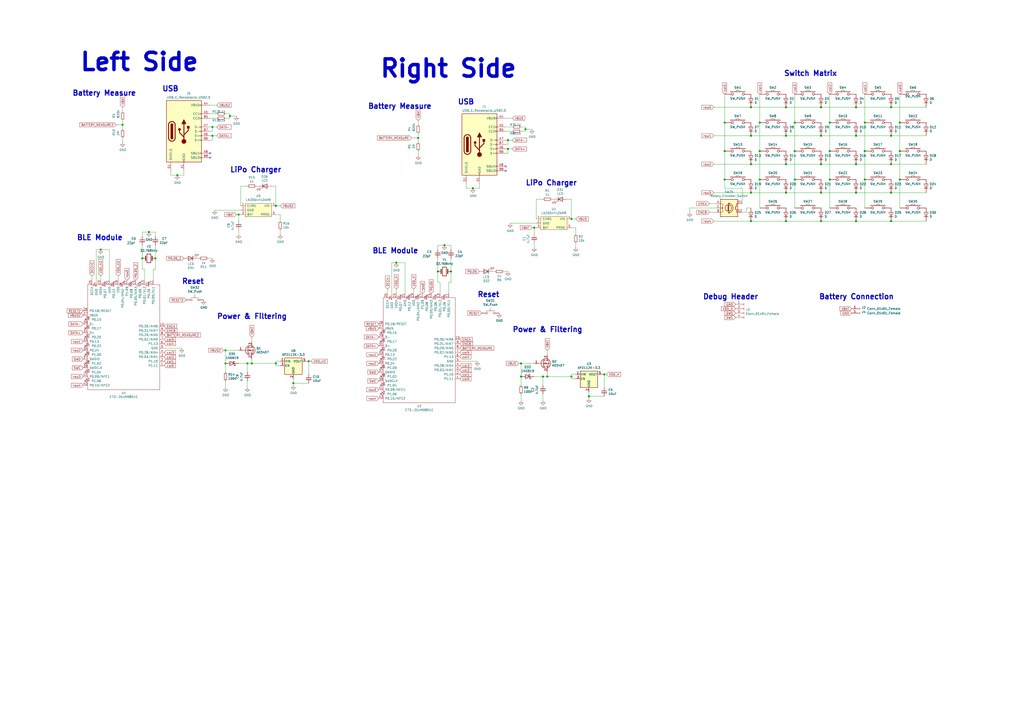
<source format=kicad_sch>
(kicad_sch (version 20201015) (generator eeschema)
  (paper "A2")
  (title_block (title "BlueSof") (date "2020-12-12") (rev "R1"))
  (junction (at 58.42 144.78) (diameter 1.016))
  (junction (at 71.12 72.39) (diameter 1.016))
  (junction (at 82.55 149.86) (diameter 1.016))
  (junction (at 86.36 134.62) (diameter 1.016))
  (junction (at 90.17 149.86) (diameter 1.016))
  (junction (at 102.87 101.6) (diameter 1.016))
  (junction (at 123.19 73.66) (diameter 1.016))
  (junction (at 123.19 78.74) (diameter 1.016))
  (junction (at 130.81 203.2) (diameter 1.016))
  (junction (at 130.81 210.82) (diameter 1.016))
  (junction (at 133.35 67.31) (diameter 1.016))
  (junction (at 138.43 124.46) (diameter 1.016))
  (junction (at 143.51 210.82) (diameter 1.016))
  (junction (at 146.05 210.82) (diameter 1.016))
  (junction (at 160.02 119.38) (diameter 1.016))
  (junction (at 160.02 210.82) (diameter 1.016))
  (junction (at 170.18 222.25) (diameter 1.016))
  (junction (at 179.07 209.55) (diameter 1.016))
  (junction (at 229.87 152.4) (diameter 1.016))
  (junction (at 242.57 80.01) (diameter 1.016))
  (junction (at 254 157.48) (diameter 1.016))
  (junction (at 257.81 142.24) (diameter 1.016))
  (junction (at 261.62 157.48) (diameter 1.016))
  (junction (at 274.32 109.22) (diameter 1.016))
  (junction (at 294.64 81.28) (diameter 1.016))
  (junction (at 294.64 86.36) (diameter 1.016))
  (junction (at 302.26 210.82) (diameter 1.016))
  (junction (at 302.26 218.44) (diameter 1.016))
  (junction (at 304.8 74.93) (diameter 1.016))
  (junction (at 309.88 132.08) (diameter 1.016))
  (junction (at 314.96 218.44) (diameter 1.016))
  (junction (at 317.5 218.44) (diameter 1.016))
  (junction (at 331.47 127) (diameter 1.016))
  (junction (at 331.47 218.44) (diameter 1.016))
  (junction (at 341.63 229.87) (diameter 1.016))
  (junction (at 350.52 217.17) (diameter 1.016))
  (junction (at 420.37 71.12) (diameter 1.016))
  (junction (at 420.37 87.63) (diameter 1.016))
  (junction (at 420.37 104.14) (diameter 1.016))
  (junction (at 435.61 62.23) (diameter 1.016))
  (junction (at 435.61 78.74) (diameter 1.016))
  (junction (at 435.61 95.25) (diameter 1.016))
  (junction (at 435.61 111.76) (diameter 1.016))
  (junction (at 435.61 128.27) (diameter 1.016))
  (junction (at 440.69 71.12) (diameter 1.016))
  (junction (at 440.69 87.63) (diameter 1.016))
  (junction (at 440.69 104.14) (diameter 1.016))
  (junction (at 455.93 62.23) (diameter 1.016))
  (junction (at 455.93 78.74) (diameter 1.016))
  (junction (at 455.93 95.25) (diameter 1.016))
  (junction (at 455.93 111.76) (diameter 1.016))
  (junction (at 455.93 128.27) (diameter 1.016))
  (junction (at 461.01 71.12) (diameter 1.016))
  (junction (at 461.01 87.63) (diameter 1.016))
  (junction (at 461.01 104.14) (diameter 1.016))
  (junction (at 476.25 62.23) (diameter 1.016))
  (junction (at 476.25 78.74) (diameter 1.016))
  (junction (at 476.25 95.25) (diameter 1.016))
  (junction (at 476.25 111.76) (diameter 1.016))
  (junction (at 476.25 128.27) (diameter 1.016))
  (junction (at 481.33 71.12) (diameter 1.016))
  (junction (at 481.33 87.63) (diameter 1.016))
  (junction (at 481.33 104.14) (diameter 1.016))
  (junction (at 496.57 62.23) (diameter 1.016))
  (junction (at 496.57 78.74) (diameter 1.016))
  (junction (at 496.57 95.25) (diameter 1.016))
  (junction (at 496.57 111.76) (diameter 1.016))
  (junction (at 496.57 128.27) (diameter 1.016))
  (junction (at 501.65 71.12) (diameter 1.016))
  (junction (at 501.65 87.63) (diameter 1.016))
  (junction (at 501.65 104.14) (diameter 1.016))
  (junction (at 516.89 62.23) (diameter 1.016))
  (junction (at 516.89 78.74) (diameter 1.016))
  (junction (at 516.89 95.25) (diameter 1.016))
  (junction (at 516.89 111.76) (diameter 1.016))
  (junction (at 516.89 128.27) (diameter 1.016))
  (junction (at 521.97 71.12) (diameter 1.016))
  (junction (at 521.97 87.63) (diameter 1.016))
  (junction (at 521.97 104.14) (diameter 1.016))
  (no_connect (at 121.92 91.44))
  (no_connect (at 293.37 99.06))
  (no_connect (at 49.53 185.42))
  (no_connect (at 49.53 190.5))
  (no_connect (at 60.96 163.83))
  (no_connect (at 66.04 163.83))
  (no_connect (at 71.755 163.83))
  (no_connect (at 76.2 163.83))
  (no_connect (at 81.28 163.83))
  (no_connect (at 86.36 163.83))
  (no_connect (at 220.98 193.04))
  (no_connect (at 220.98 198.12))
  (no_connect (at 220.98 203.2))
  (no_connect (at 220.98 208.28))
  (no_connect (at 220.98 213.36))
  (no_connect (at 220.98 218.44))
  (no_connect (at 220.98 223.52))
  (no_connect (at 220.98 228.6))
  (no_connect (at 232.41 171.45))
  (no_connect (at 237.49 171.45))
  (no_connect (at 242.57 171.45))
  (no_connect (at 247.65 171.45))
  (no_connect (at 252.73 171.45))
  (no_connect (at 257.81 171.45))
  (no_connect (at 121.92 88.9))
  (no_connect (at 293.37 96.52))
  (no_connect (at 49.53 195.58))
  (no_connect (at 49.53 200.66))
  (no_connect (at 49.53 205.74))
  (no_connect (at 49.53 210.82))
  (no_connect (at 49.53 215.9))
  (no_connect (at 49.53 220.98))
  (wire (pts (xy 53.34 162.56) (xy 53.34 160.02)))
  (wire (pts (xy 55.88 144.78) (xy 58.42 144.78)))
  (wire (pts (xy 55.88 163.83) (xy 55.88 144.78)))
  (wire (pts (xy 58.42 162.56) (xy 58.42 160.02)))
  (wire (pts (xy 63.5 144.78) (xy 58.42 144.78)))
  (wire (pts (xy 63.5 162.56) (xy 63.5 144.78)))
  (wire (pts (xy 67.31 72.39) (xy 71.12 72.39)))
  (wire (pts (xy 68.58 162.56) (xy 68.58 160.02)))
  (wire (pts (xy 71.12 62.23) (xy 71.12 64.77)))
  (wire (pts (xy 71.12 69.85) (xy 71.12 72.39)))
  (wire (pts (xy 71.12 72.39) (xy 71.12 74.93)))
  (wire (pts (xy 71.12 80.01) (xy 71.12 82.55)))
  (wire (pts (xy 82.55 134.62) (xy 86.36 134.62)))
  (wire (pts (xy 82.55 137.16) (xy 82.55 134.62)))
  (wire (pts (xy 82.55 149.86) (xy 82.55 142.24)))
  (wire (pts (xy 82.55 156.21) (xy 82.55 149.86)))
  (wire (pts (xy 83.82 156.21) (xy 82.55 156.21)))
  (wire (pts (xy 83.82 162.56) (xy 83.82 156.21)))
  (wire (pts (xy 86.36 134.62) (xy 90.17 134.62)))
  (wire (pts (xy 88.9 156.21) (xy 90.17 156.21)))
  (wire (pts (xy 88.9 162.56) (xy 88.9 156.21)))
  (wire (pts (xy 90.17 134.62) (xy 90.17 137.16)))
  (wire (pts (xy 90.17 142.24) (xy 90.17 149.86)))
  (wire (pts (xy 90.17 156.21) (xy 90.17 149.86)))
  (wire (pts (xy 95.25 201.93) (xy 105.41 201.93)))
  (wire (pts (xy 99.06 99.06) (xy 99.06 101.6)))
  (wire (pts (xy 99.06 101.6) (xy 102.87 101.6)))
  (wire (pts (xy 102.87 101.6) (xy 106.68 101.6)))
  (wire (pts (xy 106.68 101.6) (xy 106.68 99.06)))
  (wire (pts (xy 114.3 149.86) (xy 115.57 149.86)))
  (wire (pts (xy 120.65 149.86) (xy 123.19 149.86)))
  (wire (pts (xy 121.92 73.66) (xy 123.19 73.66)))
  (wire (pts (xy 121.92 76.2) (xy 123.19 76.2)))
  (wire (pts (xy 121.92 78.74) (xy 123.19 78.74)))
  (wire (pts (xy 121.92 81.28) (xy 123.19 81.28)))
  (wire (pts (xy 123.19 73.66) (xy 125.73 73.66)))
  (wire (pts (xy 123.19 76.2) (xy 123.19 73.66)))
  (wire (pts (xy 123.19 78.74) (xy 125.73 78.74)))
  (wire (pts (xy 123.19 81.28) (xy 123.19 78.74)))
  (wire (pts (xy 124.46 121.92) (xy 139.7 121.92)))
  (wire (pts (xy 125.73 60.96) (xy 121.92 60.96)))
  (wire (pts (xy 125.73 66.04) (xy 121.92 66.04)))
  (wire (pts (xy 125.73 68.58) (xy 121.92 68.58)))
  (wire (pts (xy 129.54 203.2) (xy 130.81 203.2)))
  (wire (pts (xy 130.81 66.04) (xy 133.35 66.04)))
  (wire (pts (xy 130.81 68.58) (xy 133.35 68.58)))
  (wire (pts (xy 130.81 203.2) (xy 130.81 210.82)))
  (wire (pts (xy 130.81 203.2) (xy 138.43 203.2)))
  (wire (pts (xy 130.81 215.9) (xy 130.81 210.82)))
  (wire (pts (xy 130.81 220.98) (xy 130.81 224.79)))
  (wire (pts (xy 133.35 66.04) (xy 133.35 67.31)))
  (wire (pts (xy 133.35 67.31) (xy 137.16 67.31)))
  (wire (pts (xy 133.35 68.58) (xy 133.35 67.31)))
  (wire (pts (xy 138.43 124.46) (xy 137.16 124.46)))
  (wire (pts (xy 138.43 124.46) (xy 138.43 128.27)))
  (wire (pts (xy 138.43 133.35) (xy 138.43 135.89)))
  (wire (pts (xy 138.43 210.82) (xy 143.51 210.82)))
  (wire (pts (xy 139.7 107.95) (xy 139.7 119.38)))
  (wire (pts (xy 139.7 124.46) (xy 138.43 124.46)))
  (wire (pts (xy 143.51 107.95) (xy 139.7 107.95)))
  (wire (pts (xy 143.51 210.82) (xy 146.05 210.82)))
  (wire (pts (xy 143.51 215.9) (xy 143.51 210.82)))
  (wire (pts (xy 143.51 220.98) (xy 143.51 224.79)))
  (wire (pts (xy 146.05 195.58) (xy 146.05 198.12)))
  (wire (pts (xy 146.05 208.28) (xy 146.05 210.82)))
  (wire (pts (xy 146.05 210.82) (xy 160.02 210.82)))
  (wire (pts (xy 149.86 107.95) (xy 148.59 107.95)))
  (wire (pts (xy 160.02 107.95) (xy 157.48 107.95)))
  (wire (pts (xy 160.02 119.38) (xy 160.02 107.95)))
  (wire (pts (xy 160.02 124.46) (xy 162.56 124.46)))
  (wire (pts (xy 160.02 209.55) (xy 162.56 209.55)))
  (wire (pts (xy 160.02 210.82) (xy 160.02 209.55)))
  (wire (pts (xy 160.02 212.09) (xy 160.02 210.82)))
  (wire (pts (xy 160.02 212.09) (xy 162.56 212.09)))
  (wire (pts (xy 162.56 119.38) (xy 160.02 119.38)))
  (wire (pts (xy 162.56 124.46) (xy 162.56 128.27)))
  (wire (pts (xy 162.56 133.35) (xy 162.56 135.89)))
  (wire (pts (xy 170.18 219.71) (xy 170.18 222.25)))
  (wire (pts (xy 170.18 222.25) (xy 170.18 223.52)))
  (wire (pts (xy 177.8 209.55) (xy 179.07 209.55)))
  (wire (pts (xy 179.07 209.55) (xy 180.34 209.55)))
  (wire (pts (xy 179.07 217.17) (xy 179.07 209.55)))
  (wire (pts (xy 179.07 222.25) (xy 170.18 222.25)))
  (wire (pts (xy 224.79 170.18) (xy 224.79 167.64)))
  (wire (pts (xy 227.33 152.4) (xy 229.87 152.4)))
  (wire (pts (xy 227.33 171.45) (xy 227.33 152.4)))
  (wire (pts (xy 229.87 170.18) (xy 229.87 167.64)))
  (wire (pts (xy 234.95 152.4) (xy 229.87 152.4)))
  (wire (pts (xy 234.95 170.18) (xy 234.95 152.4)))
  (wire (pts (xy 238.76 80.01) (xy 242.57 80.01)))
  (wire (pts (xy 240.03 170.18) (xy 240.03 167.64)))
  (wire (pts (xy 242.57 69.85) (xy 242.57 72.39)))
  (wire (pts (xy 242.57 77.47) (xy 242.57 80.01)))
  (wire (pts (xy 242.57 80.01) (xy 242.57 82.55)))
  (wire (pts (xy 242.57 87.63) (xy 242.57 90.17)))
  (wire (pts (xy 254 142.24) (xy 257.81 142.24)))
  (wire (pts (xy 254 144.78) (xy 254 142.24)))
  (wire (pts (xy 254 157.48) (xy 254 149.86)))
  (wire (pts (xy 254 163.83) (xy 254 157.48)))
  (wire (pts (xy 255.27 163.83) (xy 254 163.83)))
  (wire (pts (xy 255.27 170.18) (xy 255.27 163.83)))
  (wire (pts (xy 257.81 142.24) (xy 261.62 142.24)))
  (wire (pts (xy 260.35 163.83) (xy 261.62 163.83)))
  (wire (pts (xy 260.35 170.18) (xy 260.35 163.83)))
  (wire (pts (xy 261.62 142.24) (xy 261.62 144.78)))
  (wire (pts (xy 261.62 149.86) (xy 261.62 157.48)))
  (wire (pts (xy 261.62 163.83) (xy 261.62 157.48)))
  (wire (pts (xy 266.7 209.55) (xy 276.86 209.55)))
  (wire (pts (xy 270.51 106.68) (xy 270.51 109.22)))
  (wire (pts (xy 270.51 109.22) (xy 274.32 109.22)))
  (wire (pts (xy 274.32 109.22) (xy 278.13 109.22)))
  (wire (pts (xy 278.13 109.22) (xy 278.13 106.68)))
  (wire (pts (xy 285.75 157.48) (xy 287.02 157.48)))
  (wire (pts (xy 292.1 157.48) (xy 294.64 157.48)))
  (wire (pts (xy 293.37 81.28) (xy 294.64 81.28)))
  (wire (pts (xy 293.37 83.82) (xy 294.64 83.82)))
  (wire (pts (xy 293.37 86.36) (xy 294.64 86.36)))
  (wire (pts (xy 293.37 88.9) (xy 294.64 88.9)))
  (wire (pts (xy 294.64 81.28) (xy 297.18 81.28)))
  (wire (pts (xy 294.64 83.82) (xy 294.64 81.28)))
  (wire (pts (xy 294.64 86.36) (xy 297.18 86.36)))
  (wire (pts (xy 294.64 88.9) (xy 294.64 86.36)))
  (wire (pts (xy 295.91 129.54) (xy 311.15 129.54)))
  (wire (pts (xy 297.18 68.58) (xy 293.37 68.58)))
  (wire (pts (xy 297.18 73.66) (xy 293.37 73.66)))
  (wire (pts (xy 297.18 76.2) (xy 293.37 76.2)))
  (wire (pts (xy 300.99 210.82) (xy 302.26 210.82)))
  (wire (pts (xy 302.26 73.66) (xy 304.8 73.66)))
  (wire (pts (xy 302.26 76.2) (xy 304.8 76.2)))
  (wire (pts (xy 302.26 210.82) (xy 302.26 218.44)))
  (wire (pts (xy 302.26 210.82) (xy 309.88 210.82)))
  (wire (pts (xy 302.26 223.52) (xy 302.26 218.44)))
  (wire (pts (xy 302.26 228.6) (xy 302.26 232.41)))
  (wire (pts (xy 304.8 73.66) (xy 304.8 74.93)))
  (wire (pts (xy 304.8 74.93) (xy 308.61 74.93)))
  (wire (pts (xy 304.8 76.2) (xy 304.8 74.93)))
  (wire (pts (xy 309.88 132.08) (xy 308.61 132.08)))
  (wire (pts (xy 309.88 132.08) (xy 309.88 135.89)))
  (wire (pts (xy 309.88 140.97) (xy 309.88 143.51)))
  (wire (pts (xy 309.88 218.44) (xy 314.96 218.44)))
  (wire (pts (xy 311.15 115.57) (xy 311.15 127)))
  (wire (pts (xy 311.15 132.08) (xy 309.88 132.08)))
  (wire (pts (xy 314.96 115.57) (xy 311.15 115.57)))
  (wire (pts (xy 314.96 218.44) (xy 317.5 218.44)))
  (wire (pts (xy 314.96 223.52) (xy 314.96 218.44)))
  (wire (pts (xy 314.96 228.6) (xy 314.96 232.41)))
  (wire (pts (xy 317.5 203.2) (xy 317.5 205.74)))
  (wire (pts (xy 317.5 215.9) (xy 317.5 218.44)))
  (wire (pts (xy 317.5 218.44) (xy 331.47 218.44)))
  (wire (pts (xy 321.31 115.57) (xy 320.04 115.57)))
  (wire (pts (xy 331.47 115.57) (xy 328.93 115.57)))
  (wire (pts (xy 331.47 127) (xy 331.47 115.57)))
  (wire (pts (xy 331.47 132.08) (xy 334.01 132.08)))
  (wire (pts (xy 331.47 217.17) (xy 334.01 217.17)))
  (wire (pts (xy 331.47 218.44) (xy 331.47 217.17)))
  (wire (pts (xy 331.47 219.71) (xy 331.47 218.44)))
  (wire (pts (xy 331.47 219.71) (xy 334.01 219.71)))
  (wire (pts (xy 334.01 127) (xy 331.47 127)))
  (wire (pts (xy 334.01 132.08) (xy 334.01 135.89)))
  (wire (pts (xy 334.01 140.97) (xy 334.01 143.51)))
  (wire (pts (xy 341.63 227.33) (xy 341.63 229.87)))
  (wire (pts (xy 341.63 229.87) (xy 341.63 231.14)))
  (wire (pts (xy 349.25 217.17) (xy 350.52 217.17)))
  (wire (pts (xy 350.52 217.17) (xy 351.79 217.17)))
  (wire (pts (xy 350.52 224.79) (xy 350.52 217.17)))
  (wire (pts (xy 350.52 229.87) (xy 341.63 229.87)))
  (wire (pts (xy 400.05 120.65) (xy 400.05 123.19)))
  (wire (pts (xy 411.48 118.11) (xy 415.29 118.11)))
  (wire (pts (xy 411.48 123.19) (xy 415.29 123.19)))
  (wire (pts (xy 414.02 128.27) (xy 435.61 128.27)))
  (wire (pts (xy 415.29 120.65) (xy 400.05 120.65)))
  (wire (pts (xy 420.37 54.61) (xy 420.37 71.12)))
  (wire (pts (xy 420.37 71.12) (xy 420.37 87.63)))
  (wire (pts (xy 420.37 87.63) (xy 420.37 104.14)))
  (wire (pts (xy 420.37 104.14) (xy 420.37 109.22)))
  (wire (pts (xy 420.37 109.22) (xy 430.53 109.22)))
  (wire (pts (xy 430.53 109.22) (xy 430.53 118.11)))
  (wire (pts (xy 430.53 123.19) (xy 433.07 123.19)))
  (wire (pts (xy 433.07 120.65) (xy 435.61 120.65)))
  (wire (pts (xy 433.07 123.19) (xy 433.07 120.65)))
  (wire (pts (xy 435.61 62.23) (xy 414.02 62.23)))
  (wire (pts (xy 435.61 78.74) (xy 414.02 78.74)))
  (wire (pts (xy 435.61 95.25) (xy 414.02 95.25)))
  (wire (pts (xy 435.61 111.76) (xy 414.02 111.76)))
  (wire (pts (xy 435.61 128.27) (xy 455.93 128.27)))
  (wire (pts (xy 440.69 54.61) (xy 440.69 71.12)))
  (wire (pts (xy 440.69 71.12) (xy 440.69 87.63)))
  (wire (pts (xy 440.69 87.63) (xy 440.69 104.14)))
  (wire (pts (xy 440.69 104.14) (xy 440.69 120.65)))
  (wire (pts (xy 455.93 62.23) (xy 435.61 62.23)))
  (wire (pts (xy 455.93 62.23) (xy 476.25 62.23)))
  (wire (pts (xy 455.93 78.74) (xy 435.61 78.74)))
  (wire (pts (xy 455.93 78.74) (xy 476.25 78.74)))
  (wire (pts (xy 455.93 95.25) (xy 435.61 95.25)))
  (wire (pts (xy 455.93 95.25) (xy 476.25 95.25)))
  (wire (pts (xy 455.93 111.76) (xy 435.61 111.76)))
  (wire (pts (xy 455.93 111.76) (xy 476.25 111.76)))
  (wire (pts (xy 455.93 128.27) (xy 476.25 128.27)))
  (wire (pts (xy 461.01 54.61) (xy 461.01 71.12)))
  (wire (pts (xy 461.01 71.12) (xy 461.01 87.63)))
  (wire (pts (xy 461.01 87.63) (xy 461.01 104.14)))
  (wire (pts (xy 461.01 104.14) (xy 461.01 120.65)))
  (wire (pts (xy 476.25 62.23) (xy 496.57 62.23)))
  (wire (pts (xy 476.25 78.74) (xy 496.57 78.74)))
  (wire (pts (xy 476.25 95.25) (xy 496.57 95.25)))
  (wire (pts (xy 476.25 111.76) (xy 496.57 111.76)))
  (wire (pts (xy 476.25 128.27) (xy 496.57 128.27)))
  (wire (pts (xy 481.33 54.61) (xy 481.33 71.12)))
  (wire (pts (xy 481.33 71.12) (xy 481.33 87.63)))
  (wire (pts (xy 481.33 87.63) (xy 481.33 104.14)))
  (wire (pts (xy 481.33 104.14) (xy 481.33 120.65)))
  (wire (pts (xy 496.57 78.74) (xy 516.89 78.74)))
  (wire (pts (xy 496.57 95.25) (xy 516.89 95.25)))
  (wire (pts (xy 496.57 111.76) (xy 516.89 111.76)))
  (wire (pts (xy 496.57 128.27) (xy 516.89 128.27)))
  (wire (pts (xy 501.65 54.61) (xy 501.65 71.12)))
  (wire (pts (xy 501.65 71.12) (xy 501.65 87.63)))
  (wire (pts (xy 501.65 104.14) (xy 501.65 87.63)))
  (wire (pts (xy 501.65 104.14) (xy 501.65 120.65)))
  (wire (pts (xy 516.89 62.23) (xy 496.57 62.23)))
  (wire (pts (xy 516.89 62.23) (xy 537.21 62.23)))
  (wire (pts (xy 516.89 78.74) (xy 537.21 78.74)))
  (wire (pts (xy 516.89 95.25) (xy 537.21 95.25)))
  (wire (pts (xy 516.89 111.76) (xy 537.21 111.76)))
  (wire (pts (xy 516.89 128.27) (xy 537.21 128.27)))
  (wire (pts (xy 521.97 71.12) (xy 521.97 54.61)))
  (wire (pts (xy 521.97 87.63) (xy 521.97 71.12)))
  (wire (pts (xy 521.97 87.63) (xy 521.97 104.14)))
  (wire (pts (xy 521.97 104.14) (xy 521.97 120.65)))
  (text "Battery Measure" (at 41.91 55.88 0) (effects (font (size 2.9972 2.9972) (thickness 0.5994) bold) (justify left bottom)))
  (text "BLE Module" (at 44.45 139.7 0) (effects (font (size 2.9972 2.9972) (thickness 0.5994) bold) (justify left bottom)))
  (text "Left Side" (at 45.72 41.91 0) (effects (font (size 10.008 10.008) (thickness 2.0016) bold) (justify left bottom)))
  (text "USB" (at 93.98 53.34 0) (effects (font (size 2.9972 2.9972) (thickness 0.5994) bold) (justify left bottom)))
  (text "Reset" (at 105.41 165.1 0) (effects (font (size 2.9972 2.9972) (thickness 0.5994) bold) (justify left bottom)))
  (text "Power & Filtering" (at 125.73 185.42 0) (effects (font (size 2.9972 2.9972) (thickness 0.5994) bold) (justify left bottom)))
  (text "LiPo Charger" (at 133.35 100.33 0) (effects (font (size 2.9972 2.9972) (thickness 0.5994) bold) (justify left bottom)))
  (text "Battery Measure" (at 213.36 63.5 0) (effects (font (size 2.9972 2.9972) (thickness 0.5994) bold) (justify left bottom)))
  (text "BLE Module" (at 215.9 147.32 0) (effects (font (size 2.9972 2.9972) (thickness 0.5994) bold) (justify left bottom)))
  (text "Right Side" (at 219.71 45.72 0) (effects (font (size 10.008 10.008) (thickness 2.0016) bold) (justify left bottom)))
  (text "USB" (at 265.43 60.96 0) (effects (font (size 2.9972 2.9972) (thickness 0.5994) bold) (justify left bottom)))
  (text "Reset" (at 276.86 172.72 0) (effects (font (size 2.9972 2.9972) (thickness 0.5994) bold) (justify left bottom)))
  (text "Power & Filtering" (at 297.18 193.04 0) (effects (font (size 2.9972 2.9972) (thickness 0.5994) bold) (justify left bottom)))
  (text "LiPo Charger" (at 304.8 107.95 0) (effects (font (size 2.9972 2.9972) (thickness 0.5994) bold) (justify left bottom)))
  (text "Debug Header" (at 407.67 173.99 0) (effects (font (size 2.9972 2.9972) (thickness 0.5994) bold) (justify left bottom)))
  (text "Switch Matrix" (at 454.66 44.45 0) (effects (font (size 2.9972 2.9972) (thickness 0.5994) bold) (justify left bottom)))
  (text "Battery Connection" (at 474.98 173.99 0) (effects (font (size 2.9972 2.9972) (thickness 0.5994) bold) (justify left bottom)))
  (global_label "RESET2" (shape input) (at 48.26 180.34 180) (property "Intersheet References" "${INTERSHEET_REFS}" (effects hide)))
  (global_label "VBUS2" (shape input) (at 48.26 182.88 180) (property "Intersheet References" "${INTERSHEET_REFS}" (effects hide)))
  (global_label "DATA-" (shape input) (at 48.26 187.96 180) (property "Intersheet References" "${INTERSHEET_REFS}" (effects hide)))
  (global_label "DATA+" (shape input) (at 48.26 193.04 180) (property "Intersheet References" "${INTERSHEET_REFS}" (effects hide)))
  (global_label "row1" (shape input) (at 48.26 198.12 180) (property "Intersheet References" "${INTERSHEET_REFS}" (effects hide)))
  (global_label "row2" (shape input) (at 48.26 203.2 180) (property "Intersheet References" "${INTERSHEET_REFS}" (effects hide)))
  (global_label "SWD" (shape input) (at 48.26 208.28 180) (property "Intersheet References" "${INTERSHEET_REFS}" (effects hide)))
  (global_label "SWC" (shape input) (at 48.26 213.36 180) (property "Intersheet References" "${INTERSHEET_REFS}" (effects hide)))
  (global_label "row3" (shape input) (at 48.26 218.44 180) (property "Intersheet References" "${INTERSHEET_REFS}" (effects hide)))
  (global_label "row4" (shape input) (at 48.26 223.52 180) (property "Intersheet References" "${INTERSHEET_REFS}" (effects hide)))
  (global_label "DCCH2" (shape input) (at 53.34 160.02 90) (property "Intersheet References" "${INTERSHEET_REFS}" (effects hide)))
  (global_label "VDD_H2" (shape input) (at 58.42 160.02 90) (property "Intersheet References" "${INTERSHEET_REFS}" (effects hide)))
  (global_label "BATTERY_MEASURE2" (shape input) (at 67.31 72.39 180) (property "Intersheet References" "${INTERSHEET_REFS}" (effects hide)))
  (global_label "VDD_H2" (shape input) (at 68.58 160.02 90) (property "Intersheet References" "${INTERSHEET_REFS}" (effects hide)))
  (global_label "VBAT" (shape input) (at 71.12 62.23 90) (property "Intersheet References" "${INTERSHEET_REFS}" (effects hide)))
  (global_label "row0" (shape input) (at 73.66 162.56 90) (property "Intersheet References" "${INTERSHEET_REFS}" (effects hide)))
  (global_label "P0.05_2" (shape input) (at 78.74 162.56 90) (property "Intersheet References" "${INTERSHEET_REFS}" (effects hide)))
  (global_label "ENCA" (shape input) (at 95.25 189.23 0) (property "Intersheet References" "${INTERSHEET_REFS}" (effects hide)))
  (global_label "ENCB" (shape input) (at 95.25 191.77 0) (property "Intersheet References" "${INTERSHEET_REFS}" (effects hide)))
  (global_label "BATTERY_MEASURE2" (shape input) (at 95.25 194.31 0) (property "Intersheet References" "${INTERSHEET_REFS}" (effects hide)))
  (global_label "col5" (shape input) (at 95.25 196.85 0) (property "Intersheet References" "${INTERSHEET_REFS}" (effects hide)))
  (global_label "col4" (shape input) (at 95.25 199.39 0) (property "Intersheet References" "${INTERSHEET_REFS}" (effects hide)))
  (global_label "col3" (shape input) (at 95.25 204.47 0) (property "Intersheet References" "${INTERSHEET_REFS}" (effects hide)))
  (global_label "col2" (shape input) (at 95.25 207.01 0) (property "Intersheet References" "${INTERSHEET_REFS}" (effects hide)))
  (global_label "col1" (shape input) (at 95.25 209.55 0) (property "Intersheet References" "${INTERSHEET_REFS}" (effects hide)))
  (global_label "col0" (shape input) (at 95.25 212.09 0) (property "Intersheet References" "${INTERSHEET_REFS}" (effects hide)))
  (global_label "P0.05_2" (shape input) (at 106.68 149.86 180) (property "Intersheet References" "${INTERSHEET_REFS}" (effects hide)))
  (global_label "RESET2" (shape input) (at 107.95 173.99 180) (property "Intersheet References" "${INTERSHEET_REFS}" (effects hide)))
  (global_label "VBUS2" (shape input) (at 125.73 60.96 0) (property "Intersheet References" "${INTERSHEET_REFS}" (effects hide)))
  (global_label "DATA-" (shape input) (at 125.73 73.66 0) (property "Intersheet References" "${INTERSHEET_REFS}" (effects hide)))
  (global_label "DATA+" (shape input) (at 125.73 78.74 0) (property "Intersheet References" "${INTERSHEET_REFS}" (effects hide)))
  (global_label "VBUS2" (shape input) (at 129.54 203.2 180) (property "Intersheet References" "${INTERSHEET_REFS}" (effects hide)))
  (global_label "VBAT" (shape input) (at 137.16 124.46 180) (property "Intersheet References" "${INTERSHEET_REFS}" (effects hide)))
  (global_label "VBAT" (shape input) (at 146.05 195.58 90) (property "Intersheet References" "${INTERSHEET_REFS}" (effects hide)))
  (global_label "VBUS2" (shape input) (at 162.56 119.38 0) (property "Intersheet References" "${INTERSHEET_REFS}" (effects hide)))
  (global_label "VDD_H2" (shape input) (at 180.34 209.55 0) (property "Intersheet References" "${INTERSHEET_REFS}" (effects hide)))
  (global_label "RESET" (shape input) (at 219.71 187.96 180) (property "Intersheet References" "${INTERSHEET_REFS}" (effects hide)))
  (global_label "VBUS" (shape input) (at 219.71 190.5 180) (property "Intersheet References" "${INTERSHEET_REFS}" (effects hide)))
  (global_label "DATA-" (shape input) (at 219.71 195.58 180) (property "Intersheet References" "${INTERSHEET_REFS}" (effects hide)))
  (global_label "DATA+" (shape input) (at 219.71 200.66 180) (property "Intersheet References" "${INTERSHEET_REFS}" (effects hide)))
  (global_label "row1" (shape input) (at 219.71 205.74 180) (property "Intersheet References" "${INTERSHEET_REFS}" (effects hide)))
  (global_label "row2" (shape input) (at 219.71 210.82 180) (property "Intersheet References" "${INTERSHEET_REFS}" (effects hide)))
  (global_label "SWD" (shape input) (at 219.71 215.9 180) (property "Intersheet References" "${INTERSHEET_REFS}" (effects hide)))
  (global_label "SWC" (shape input) (at 219.71 220.98 180) (property "Intersheet References" "${INTERSHEET_REFS}" (effects hide)))
  (global_label "row3" (shape input) (at 219.71 226.06 180) (property "Intersheet References" "${INTERSHEET_REFS}" (effects hide)))
  (global_label "row4" (shape input) (at 219.71 231.14 180) (property "Intersheet References" "${INTERSHEET_REFS}" (effects hide)))
  (global_label "DCCH" (shape input) (at 224.79 167.64 90) (property "Intersheet References" "${INTERSHEET_REFS}" (effects hide)))
  (global_label "VDD_H" (shape input) (at 229.87 167.64 90) (property "Intersheet References" "${INTERSHEET_REFS}" (effects hide)))
  (global_label "BATTERY_MEASURE" (shape input) (at 238.76 80.01 180) (property "Intersheet References" "${INTERSHEET_REFS}" (effects hide)))
  (global_label "VDD_H" (shape input) (at 240.03 167.64 90) (property "Intersheet References" "${INTERSHEET_REFS}" (effects hide)))
  (global_label "VBAT" (shape input) (at 242.57 69.85 90) (property "Intersheet References" "${INTERSHEET_REFS}" (effects hide)))
  (global_label "row0" (shape input) (at 245.11 170.18 90) (property "Intersheet References" "${INTERSHEET_REFS}" (effects hide)))
  (global_label "P0.05" (shape input) (at 250.19 170.18 90) (property "Intersheet References" "${INTERSHEET_REFS}" (effects hide)))
  (global_label "ENCA" (shape input) (at 266.7 196.85 0) (property "Intersheet References" "${INTERSHEET_REFS}" (effects hide)))
  (global_label "ENCB" (shape input) (at 266.7 199.39 0) (property "Intersheet References" "${INTERSHEET_REFS}" (effects hide)))
  (global_label "BATTERY_MEASURE" (shape input) (at 266.7 201.93 0) (property "Intersheet References" "${INTERSHEET_REFS}" (effects hide)))
  (global_label "col5" (shape input) (at 266.7 204.47 0) (property "Intersheet References" "${INTERSHEET_REFS}" (effects hide)))
  (global_label "col4" (shape input) (at 266.7 207.01 0) (property "Intersheet References" "${INTERSHEET_REFS}" (effects hide)))
  (global_label "col3" (shape input) (at 266.7 212.09 0) (property "Intersheet References" "${INTERSHEET_REFS}" (effects hide)))
  (global_label "col2" (shape input) (at 266.7 214.63 0) (property "Intersheet References" "${INTERSHEET_REFS}" (effects hide)))
  (global_label "col1" (shape input) (at 266.7 217.17 0) (property "Intersheet References" "${INTERSHEET_REFS}" (effects hide)))
  (global_label "col0" (shape input) (at 266.7 219.71 0) (property "Intersheet References" "${INTERSHEET_REFS}" (effects hide)))
  (global_label "P0.05" (shape input) (at 278.13 157.48 180) (property "Intersheet References" "${INTERSHEET_REFS}" (effects hide)))
  (global_label "RESET" (shape input) (at 279.4 181.61 180) (property "Intersheet References" "${INTERSHEET_REFS}" (effects hide)))
  (global_label "VBUS" (shape input) (at 297.18 68.58 0) (property "Intersheet References" "${INTERSHEET_REFS}" (effects hide)))
  (global_label "DATA-" (shape input) (at 297.18 81.28 0) (property "Intersheet References" "${INTERSHEET_REFS}" (effects hide)))
  (global_label "DATA+" (shape input) (at 297.18 86.36 0) (property "Intersheet References" "${INTERSHEET_REFS}" (effects hide)))
  (global_label "VBUS" (shape input) (at 300.99 210.82 180) (property "Intersheet References" "${INTERSHEET_REFS}" (effects hide)))
  (global_label "VBAT" (shape input) (at 308.61 132.08 180) (property "Intersheet References" "${INTERSHEET_REFS}" (effects hide)))
  (global_label "VBAT" (shape input) (at 317.5 203.2 90) (property "Intersheet References" "${INTERSHEET_REFS}" (effects hide)))
  (global_label "VBUS" (shape input) (at 334.01 127 0) (property "Intersheet References" "${INTERSHEET_REFS}" (effects hide)))
  (global_label "VDD_H" (shape input) (at 351.79 217.17 0) (property "Intersheet References" "${INTERSHEET_REFS}" (effects hide)))
  (global_label "ENCA" (shape input) (at 411.48 118.11 180) (property "Intersheet References" "${INTERSHEET_REFS}" (effects hide)))
  (global_label "ENCB" (shape input) (at 411.48 123.19 180) (property "Intersheet References" "${INTERSHEET_REFS}" (effects hide)))
  (global_label "row0" (shape input) (at 414.02 62.23 180) (property "Intersheet References" "${INTERSHEET_REFS}" (effects hide)))
  (global_label "row1" (shape input) (at 414.02 78.74 180) (property "Intersheet References" "${INTERSHEET_REFS}" (effects hide)))
  (global_label "row2" (shape input) (at 414.02 95.25 180) (property "Intersheet References" "${INTERSHEET_REFS}" (effects hide)))
  (global_label "row3" (shape input) (at 414.02 111.76 180) (property "Intersheet References" "${INTERSHEET_REFS}" (effects hide)))
  (global_label "row4" (shape input) (at 414.02 128.27 180) (property "Intersheet References" "${INTERSHEET_REFS}" (effects hide)))
  (global_label "col5" (shape input) (at 420.37 54.61 90) (property "Intersheet References" "${INTERSHEET_REFS}" (effects hide)))
  (global_label "GND" (shape input) (at 426.72 176.53 180) (property "Intersheet References" "${INTERSHEET_REFS}" (effects hide)))
  (global_label "VDD_H" (shape input) (at 426.72 179.07 180) (property "Intersheet References" "${INTERSHEET_REFS}" (effects hide)))
  (global_label "SWD" (shape input) (at 426.72 181.61 180) (property "Intersheet References" "${INTERSHEET_REFS}" (effects hide)))
  (global_label "SWC" (shape input) (at 426.72 184.15 180) (property "Intersheet References" "${INTERSHEET_REFS}" (effects hide)))
  (global_label "col4" (shape input) (at 440.69 54.61 90) (property "Intersheet References" "${INTERSHEET_REFS}" (effects hide)))
  (global_label "col3" (shape input) (at 461.01 54.61 90) (property "Intersheet References" "${INTERSHEET_REFS}" (effects hide)))
  (global_label "col2" (shape input) (at 481.33 54.61 90) (property "Intersheet References" "${INTERSHEET_REFS}" (effects hide)))
  (global_label "VBAT" (shape input) (at 494.03 179.07 180) (property "Intersheet References" "${INTERSHEET_REFS}" (effects hide)))
  (global_label "GND" (shape input) (at 494.03 181.61 180) (property "Intersheet References" "${INTERSHEET_REFS}" (effects hide)))
  (global_label "col1" (shape input) (at 501.65 54.61 90) (property "Intersheet References" "${INTERSHEET_REFS}" (effects hide)))
  (global_label "col0" (shape input) (at 521.97 54.61 90) (property "Intersheet References" "${INTERSHEET_REFS}" (effects hide)))
  (symbol (lib_id "power:GND") (at 58.42 144.78 0) (unit 1)
    (property "Reference" "#PWR0117" (effects hide))
    (property "Value" "GND" (at 58.547 149.1742 0))
  )
  (symbol (lib_id "power:GND") (at 71.12 82.55 0) (unit 1)
    (property "Reference" "#PWR0121" (effects hide))
    (property "Value" "GND" (at 71.247 86.9442 0))
  )
  (symbol (lib_id "power:GND") (at 86.36 134.62 0) (unit 1)
    (property "Reference" "#PWR0129" (effects hide))
    (property "Value" "GND" (at 86.487 139.0142 0))
  )
  (symbol (lib_id "power:GND") (at 102.87 101.6 0) (unit 1)
    (property "Reference" "#PWR0107" (effects hide))
    (property "Value" "GND" (at 102.997 105.9942 0))
  )
  (symbol (lib_id "power:GND") (at 105.41 201.93 0) (unit 1)
    (property "Reference" "#PWR0128" (effects hide))
    (property "Value" "GND" (at 105.537 206.3242 0))
  )
  (symbol (lib_id "power:GND") (at 118.11 173.99 0) (unit 1)
    (property "Reference" "#PWR0127" (effects hide))
    (property "Value" "GND" (at 118.237 178.3842 0))
  )
  (symbol (lib_id "power:GND") (at 123.19 149.86 0) (unit 1)
    (property "Reference" "#PWR0126" (effects hide))
    (property "Value" "GND" (at 123.317 154.2542 0))
  )
  (symbol (lib_id "power:GND") (at 124.46 121.92 0) (unit 1)
    (property "Reference" "#PWR0118" (effects hide))
    (property "Value" "GND" (at 124.587 126.3142 0))
  )
  (symbol (lib_id "power:GND") (at 130.81 224.79 0) (unit 1)
    (property "Reference" "#PWR0124" (effects hide))
    (property "Value" "GND" (at 130.937 229.1842 0))
  )
  (symbol (lib_id "power:GND") (at 137.16 67.31 0) (unit 1)
    (property "Reference" "#PWR0122" (effects hide))
    (property "Value" "GND" (at 137.287 71.7042 0))
  )
  (symbol (lib_id "power:GND") (at 138.43 135.89 0) (unit 1)
    (property "Reference" "#PWR0119" (effects hide))
    (property "Value" "GND" (at 138.557 140.2842 0))
  )
  (symbol (lib_id "power:GND") (at 143.51 224.79 0) (unit 1)
    (property "Reference" "#PWR0125" (effects hide))
    (property "Value" "GND" (at 143.637 229.1842 0))
  )
  (symbol (lib_id "power:GND") (at 162.56 135.89 0) (unit 1)
    (property "Reference" "#PWR0120" (effects hide))
    (property "Value" "GND" (at 162.687 140.2842 0))
  )
  (symbol (lib_id "power:GND") (at 170.18 223.52 0) (unit 1)
    (property "Reference" "#PWR0123" (effects hide))
    (property "Value" "GND" (at 170.307 227.9142 0))
  )
  (symbol (lib_id "power:GND") (at 229.87 152.4 0) (unit 1)
    (property "Reference" "#PWR0102" (effects hide))
    (property "Value" "GND" (at 229.997 156.7942 0))
  )
  (symbol (lib_id "power:GND") (at 242.57 90.17 0) (unit 1)
    (property "Reference" "#PWR0108" (effects hide))
    (property "Value" "GND" (at 242.697 94.5642 0))
  )
  (symbol (lib_id "power:GND") (at 257.81 142.24 0) (unit 1)
    (property "Reference" "#PWR0116" (effects hide))
    (property "Value" "GND" (at 257.937 146.6342 0))
  )
  (symbol (lib_id "power:GND") (at 274.32 109.22 0) (unit 1)
    (property "Reference" "#PWR0101" (effects hide))
    (property "Value" "GND" (at 274.447 113.6142 0))
  )
  (symbol (lib_id "power:GND") (at 276.86 209.55 0) (unit 1)
    (property "Reference" "#PWR0115" (effects hide))
    (property "Value" "GND" (at 276.987 213.9442 0))
  )
  (symbol (lib_id "power:GND") (at 289.56 181.61 0) (unit 1)
    (property "Reference" "#PWR0114" (effects hide))
    (property "Value" "GND" (at 289.687 186.0042 0))
  )
  (symbol (lib_id "power:GND") (at 294.64 157.48 0) (unit 1)
    (property "Reference" "#PWR0113" (effects hide))
    (property "Value" "GND" (at 294.767 161.8742 0))
  )
  (symbol (lib_id "power:GND") (at 295.91 129.54 0) (unit 1)
    (property "Reference" "#PWR0104" (effects hide))
    (property "Value" "GND" (at 296.037 133.9342 0))
  )
  (symbol (lib_id "power:GND") (at 302.26 232.41 0) (unit 1)
    (property "Reference" "#PWR0111" (effects hide))
    (property "Value" "GND" (at 302.387 236.8042 0))
  )
  (symbol (lib_id "power:GND") (at 308.61 74.93 0) (unit 1)
    (property "Reference" "#PWR0109" (effects hide))
    (property "Value" "GND" (at 308.737 79.3242 0))
  )
  (symbol (lib_id "power:GND") (at 309.88 143.51 0) (unit 1)
    (property "Reference" "#PWR0105" (effects hide))
    (property "Value" "GND" (at 310.007 147.9042 0))
  )
  (symbol (lib_id "power:GND") (at 314.96 232.41 0) (unit 1)
    (property "Reference" "#PWR0112" (effects hide))
    (property "Value" "GND" (at 315.087 236.8042 0))
  )
  (symbol (lib_id "power:GND") (at 334.01 143.51 0) (unit 1)
    (property "Reference" "#PWR0106" (effects hide))
    (property "Value" "GND" (at 334.137 147.9042 0))
  )
  (symbol (lib_id "power:GND") (at 341.63 231.14 0) (unit 1)
    (property "Reference" "#PWR0110" (effects hide))
    (property "Value" "GND" (at 341.757 235.5342 0))
  )
  (symbol (lib_id "power:GND") (at 400.05 123.19 0) (unit 1)
    (property "Reference" "#PWR0103" (effects hide))
    (property "Value" "GND" (at 400.177 127.5842 0))
  )
  (symbol (lib_id "Device:R_Small") (at 71.12 67.31 0) (unit 1)
    (property "Reference" "R3" (at 66.04 68.58 90) (effects (justify left)))
    (property "Value" "820k" (at 68.58 68.58 90) (effects (justify left)))
    (property "Footprint" "Resistor_SMD:R_0603_1608Metric_Pad0.98x0.95mm_HandSolder" (effects hide))
  )
  (symbol (lib_id "Device:R_Small") (at 71.12 77.47 0) (unit 1)
    (property "Reference" "R10" (at 66.04 78.74 90) (effects (justify left)))
    (property "Value" "2M" (at 68.58 78.74 90) (effects (justify left)))
    (property "Footprint" "Resistor_SMD:R_0603_1608Metric_Pad0.98x0.95mm_HandSolder" (effects hide))
  )
  (symbol (lib_id "Device:R_Small") (at 118.11 149.86 90) (unit 1)
    (property "Reference" "R11" (at 118.11 154.8384 90))
    (property "Value" "1k" (at 118.11 152.527 90))
    (property "Footprint" "Resistor_SMD:R_0603_1608Metric_Pad0.98x0.95mm_HandSolder" (effects hide))
  )
  (symbol (lib_id "Device:R_Small") (at 128.27 66.04 90) (unit 1)
    (property "Reference" "R12" (at 127 64.77 90) (effects (justify left)))
    (property "Value" "5.1k" (at 130.81 64.77 90) (effects (justify left)))
    (property "Footprint" "Resistor_SMD:R_0603_1608Metric_Pad0.98x0.95mm_HandSolder" (effects hide))
  )
  (symbol (lib_id "Device:R_Small") (at 128.27 68.58 90) (unit 1)
    (property "Reference" "R13" (at 127 69.85 90) (effects (justify left)))
    (property "Value" "5.1k" (at 130.81 69.85 90) (effects (justify left)))
    (property "Footprint" "Resistor_SMD:R_0603_1608Metric_Pad0.98x0.95mm_HandSolder" (effects hide))
  )
  (symbol (lib_id "Device:R_Small") (at 130.81 218.44 0) (unit 1)
    (property "Reference" "R14" (at 132.3086 217.2716 0) (effects (justify left)))
    (property "Value" "100k" (at 132.3086 219.583 0) (effects (justify left)))
    (property "Footprint" "Resistor_SMD:R_0603_1608Metric_Pad0.98x0.95mm_HandSolder" (effects hide))
  )
  (symbol (lib_id "Device:R_Small") (at 146.05 107.95 270) (unit 1)
    (property "Reference" "R15" (at 146.05 102.9716 90))
    (property "Value" "1k" (at 146.05 105.283 90))
    (property "Footprint" "Resistor_SMD:R_0603_1608Metric_Pad0.98x0.95mm_HandSolder" (effects hide))
  )
  (symbol (lib_id "Device:R_Small") (at 162.56 130.81 0) (unit 1)
    (property "Reference" "R16" (at 164.0586 129.6416 0) (effects (justify left)))
    (property "Value" "10k" (at 164.0586 131.953 0) (effects (justify left)))
    (property "Footprint" "Resistor_SMD:R_0603_1608Metric_Pad0.98x0.95mm_HandSolder" (effects hide))
  )
  (symbol (lib_id "Device:R_Small") (at 242.57 74.93 0) (unit 1)
    (property "Reference" "R4" (at 237.49 76.2 90) (effects (justify left)))
    (property "Value" "820k" (at 240.03 76.2 90) (effects (justify left)))
    (property "Footprint" "Resistor_SMD:R_0603_1608Metric_Pad0.98x0.95mm_HandSolder" (effects hide))
  )
  (symbol (lib_id "Device:R_Small") (at 242.57 85.09 0) (unit 1)
    (property "Reference" "R5" (at 237.49 86.36 90) (effects (justify left)))
    (property "Value" "2M" (at 240.03 86.36 90) (effects (justify left)))
    (property "Footprint" "Resistor_SMD:R_0603_1608Metric_Pad0.98x0.95mm_HandSolder" (effects hide))
  )
  (symbol (lib_id "Device:R_Small") (at 289.56 157.48 90) (unit 1)
    (property "Reference" "R6" (at 289.56 162.4584 90))
    (property "Value" "1k" (at 289.56 160.147 90))
    (property "Footprint" "Resistor_SMD:R_0603_1608Metric_Pad0.98x0.95mm_HandSolder" (effects hide))
  )
  (symbol (lib_id "Device:R_Small") (at 299.72 73.66 90) (unit 1)
    (property "Reference" "R7" (at 298.45 72.39 90) (effects (justify left)))
    (property "Value" "5.1k" (at 302.26 72.39 90) (effects (justify left)))
    (property "Footprint" "Resistor_SMD:R_0603_1608Metric_Pad0.98x0.95mm_HandSolder" (effects hide))
  )
  (symbol (lib_id "Device:R_Small") (at 299.72 76.2 90) (unit 1)
    (property "Reference" "R8" (at 298.45 77.47 90) (effects (justify left)))
    (property "Value" "5.1k" (at 302.26 77.47 90) (effects (justify left)))
    (property "Footprint" "Resistor_SMD:R_0603_1608Metric_Pad0.98x0.95mm_HandSolder" (effects hide))
  )
  (symbol (lib_id "Device:R_Small") (at 302.26 226.06 0) (unit 1)
    (property "Reference" "R9" (at 303.7586 224.8916 0) (effects (justify left)))
    (property "Value" "100k" (at 303.7586 227.203 0) (effects (justify left)))
    (property "Footprint" "Resistor_SMD:R_0603_1608Metric_Pad0.98x0.95mm_HandSolder" (effects hide))
  )
  (symbol (lib_id "Device:R_Small") (at 317.5 115.57 270) (unit 1)
    (property "Reference" "R1" (at 317.5 110.5916 90))
    (property "Value" "1k" (at 317.5 112.903 90))
    (property "Footprint" "Resistor_SMD:R_0603_1608Metric_Pad0.98x0.95mm_HandSolder" (effects hide))
  )
  (symbol (lib_id "Device:R_Small") (at 334.01 138.43 0) (unit 1)
    (property "Reference" "R2" (at 335.5086 137.2616 0) (effects (justify left)))
    (property "Value" "10k" (at 335.5086 139.573 0) (effects (justify left)))
    (property "Footprint" "Resistor_SMD:R_0603_1608Metric_Pad0.98x0.95mm_HandSolder" (effects hide))
  )
  (symbol (lib_id "Connector:Conn_01x01_Female") (at 499.11 179.07 0) (unit 1)
    (property "Reference" "J2" (at 499.8212 178.4096 0) (effects (justify left)))
    (property "Value" "Conn_01x01_Female" (at 502.92 179.07 0) (effects (justify left)))
    (property "Footprint" "Connector_PinHeader_2.54mm:PinHeader_1x01_P2.54mm_Vertical" (effects hide))
  )
  (symbol (lib_id "Connector:Conn_01x01_Female") (at 499.11 181.61 0) (unit 1)
    (property "Reference" "J4" (at 499.8212 180.9496 0) (effects (justify left)))
    (property "Value" "Conn_01x01_Female" (at 502.92 181.61 0) (effects (justify left)))
    (property "Footprint" "Connector_PinHeader_2.54mm:PinHeader_1x01_P2.54mm_Vertical" (effects hide))
  )
  (symbol (lib_id "Device:C_Small") (at 82.55 139.7 0) (unit 1)
    (property "Reference" "C6" (at 76.2 138.43 0) (effects (justify left)))
    (property "Value" "22pF" (at 73.66 140.97 0) (effects (justify left)))
    (property "Footprint" "Capacitor_SMD:C_0603_1608Metric_Pad1.08x0.95mm_HandSolder" (effects hide))
  )
  (symbol (lib_id "Device:C_Small") (at 90.17 139.7 0) (unit 1)
    (property "Reference" "C7" (at 93.98 138.43 0) (effects (justify left)))
    (property "Value" "22pF" (at 92.5068 140.843 0) (effects (justify left)))
    (property "Footprint" "Capacitor_SMD:C_0603_1608Metric_Pad1.08x0.95mm_HandSolder" (effects hide))
  )
  (symbol (lib_id "Device:C_Small") (at 138.43 130.81 0) (unit 1)
    (property "Reference" "C8" (at 132.6134 130.81 90))
    (property "Value" "4.7uF" (at 134.9248 130.81 90))
    (property "Footprint" "Capacitor_SMD:C_0603_1608Metric_Pad1.08x0.95mm_HandSolder" (effects hide))
  )
  (symbol (lib_id "Device:C_Small") (at 143.51 218.44 0) (unit 1)
    (property "Reference" "C9" (at 137.6934 218.44 90))
    (property "Value" "4.7uF" (at 140.0048 218.44 90))
    (property "Footprint" "Capacitor_SMD:C_0603_1608Metric_Pad1.08x0.95mm_HandSolder" (effects hide))
  )
  (symbol (lib_id "Device:C_Small") (at 179.07 219.71 0) (unit 1)
    (property "Reference" "C10" (at 181.4068 218.5416 0) (effects (justify left)))
    (property "Value" "10uF" (at 181.4068 220.853 0) (effects (justify left)))
    (property "Footprint" "Capacitor_SMD:C_0603_1608Metric_Pad1.08x0.95mm_HandSolder" (effects hide))
  )
  (symbol (lib_id "Device:C_Small") (at 254 147.32 0) (unit 1)
    (property "Reference" "C3" (at 247.65 146.05 0) (effects (justify left)))
    (property "Value" "22pF" (at 245.11 148.59 0) (effects (justify left)))
    (property "Footprint" "Capacitor_SMD:C_0603_1608Metric_Pad1.08x0.95mm_HandSolder" (effects hide))
  )
  (symbol (lib_id "Device:C_Small") (at 261.62 147.32 0) (unit 1)
    (property "Reference" "C4" (at 265.43 146.05 0) (effects (justify left)))
    (property "Value" "22pF" (at 263.9568 148.463 0) (effects (justify left)))
    (property "Footprint" "Capacitor_SMD:C_0603_1608Metric_Pad1.08x0.95mm_HandSolder" (effects hide))
  )
  (symbol (lib_id "Device:C_Small") (at 309.88 138.43 0) (unit 1)
    (property "Reference" "C1" (at 304.0634 138.43 90))
    (property "Value" "4.7uF" (at 306.3748 138.43 90))
    (property "Footprint" "Capacitor_SMD:C_0603_1608Metric_Pad1.08x0.95mm_HandSolder" (effects hide))
  )
  (symbol (lib_id "Device:C_Small") (at 314.96 226.06 0) (unit 1)
    (property "Reference" "C2" (at 309.1434 226.06 90))
    (property "Value" "4.7uF" (at 311.4548 226.06 90))
    (property "Footprint" "Capacitor_SMD:C_0603_1608Metric_Pad1.08x0.95mm_HandSolder" (effects hide))
  )
  (symbol (lib_id "Device:C_Small") (at 350.52 227.33 0) (unit 1)
    (property "Reference" "C5" (at 352.8568 226.1616 0) (effects (justify left)))
    (property "Value" "10uF" (at 352.8568 228.473 0) (effects (justify left)))
    (property "Footprint" "Capacitor_SMD:C_0603_1608Metric_Pad1.08x0.95mm_HandSolder" (effects hide))
  )
  (symbol (lib_id "BlueSof-rescue:D-Lily58-cache-Lily58_Pro-rescue-SofleKeyboard-rescue") (at 435.61 58.42 90) (unit 1)
    (property "Reference" "D1" (at 437.6166 57.2516 90) (effects (justify right)))
    (property "Value" "D" (at 437.6166 59.563 90) (effects (justify right)))
    (property "Footprint" "BlueSof:Diode_SOD123" (effects hide))
  )
  (symbol (lib_id "BlueSof-rescue:D-Lily58-cache-Lily58_Pro-rescue-SofleKeyboard-rescue") (at 435.61 74.93 90) (unit 1)
    (property "Reference" "D7" (at 437.6166 73.7616 90) (effects (justify right)))
    (property "Value" "D" (at 437.6166 76.073 90) (effects (justify right)))
    (property "Footprint" "BlueSof:Diode_SOD123" (effects hide))
  )
  (symbol (lib_id "BlueSof-rescue:D-Lily58-cache-Lily58_Pro-rescue-SofleKeyboard-rescue") (at 435.61 91.44 90) (unit 1)
    (property "Reference" "D13" (at 437.6166 90.2716 90) (effects (justify right)))
    (property "Value" "D" (at 437.6166 92.583 90) (effects (justify right)))
    (property "Footprint" "BlueSof:Diode_SOD123" (effects hide))
  )
  (symbol (lib_id "BlueSof-rescue:D-Lily58-cache-Lily58_Pro-rescue-SofleKeyboard-rescue") (at 435.61 107.95 90) (unit 1)
    (property "Reference" "D19" (at 437.6166 106.7816 90) (effects (justify right)))
    (property "Value" "D" (at 437.6166 109.093 90) (effects (justify right)))
    (property "Footprint" "BlueSof:Diode_SOD123" (effects hide))
  )
  (symbol (lib_id "BlueSof-rescue:D-Lily58-cache-Lily58_Pro-rescue-SofleKeyboard-rescue") (at 435.61 124.46 90) (unit 1)
    (property "Reference" "D25" (at 437.6166 123.2916 90) (effects (justify right)))
    (property "Value" "D" (at 437.6166 125.603 90) (effects (justify right)))
    (property "Footprint" "BlueSof:Diode_SOD123" (effects hide))
  )
  (symbol (lib_id "BlueSof-rescue:D-Lily58-cache-Lily58_Pro-rescue-SofleKeyboard-rescue") (at 455.93 58.42 90) (unit 1)
    (property "Reference" "D2" (at 457.9366 57.2516 90) (effects (justify right)))
    (property "Value" "D" (at 457.9366 59.563 90) (effects (justify right)))
    (property "Footprint" "BlueSof:Diode_SOD123" (effects hide))
  )
  (symbol (lib_id "BlueSof-rescue:D-Lily58-cache-Lily58_Pro-rescue-SofleKeyboard-rescue") (at 455.93 74.93 90) (unit 1)
    (property "Reference" "D8" (at 457.9366 73.7616 90) (effects (justify right)))
    (property "Value" "D" (at 457.9366 76.073 90) (effects (justify right)))
    (property "Footprint" "BlueSof:Diode_SOD123" (effects hide))
  )
  (symbol (lib_id "BlueSof-rescue:D-Lily58-cache-Lily58_Pro-rescue-SofleKeyboard-rescue") (at 455.93 91.44 90) (unit 1)
    (property "Reference" "D14" (at 457.9366 90.2716 90) (effects (justify right)))
    (property "Value" "D" (at 457.9366 92.583 90) (effects (justify right)))
    (property "Footprint" "BlueSof:Diode_SOD123" (effects hide))
  )
  (symbol (lib_id "BlueSof-rescue:D-Lily58-cache-Lily58_Pro-rescue-SofleKeyboard-rescue") (at 455.93 107.95 90) (unit 1)
    (property "Reference" "D20" (at 457.9366 106.7816 90) (effects (justify right)))
    (property "Value" "D" (at 457.9366 109.093 90) (effects (justify right)))
    (property "Footprint" "BlueSof:Diode_SOD123" (effects hide))
  )
  (symbol (lib_id "BlueSof-rescue:D-Lily58-cache-Lily58_Pro-rescue-SofleKeyboard-rescue") (at 455.93 124.46 90) (unit 1)
    (property "Reference" "D26" (at 457.9366 123.2916 90) (effects (justify right)))
    (property "Value" "D" (at 457.9366 125.603 90) (effects (justify right)))
    (property "Footprint" "BlueSof:Diode_SOD123" (effects hide))
  )
  (symbol (lib_id "BlueSof-rescue:D-Lily58-cache-Lily58_Pro-rescue-SofleKeyboard-rescue") (at 476.25 58.42 90) (unit 1)
    (property "Reference" "D3" (at 478.2566 57.2516 90) (effects (justify right)))
    (property "Value" "D" (at 478.2566 59.563 90) (effects (justify right)))
    (property "Footprint" "BlueSof:Diode_SOD123" (effects hide))
  )
  (symbol (lib_id "BlueSof-rescue:D-Lily58-cache-Lily58_Pro-rescue-SofleKeyboard-rescue") (at 476.25 74.93 90) (unit 1)
    (property "Reference" "D9" (at 478.2566 73.7616 90) (effects (justify right)))
    (property "Value" "D" (at 478.2566 76.073 90) (effects (justify right)))
    (property "Footprint" "BlueSof:Diode_SOD123" (effects hide))
  )
  (symbol (lib_id "BlueSof-rescue:D-Lily58-cache-Lily58_Pro-rescue-SofleKeyboard-rescue") (at 476.25 91.44 90) (unit 1)
    (property "Reference" "D15" (at 478.2566 90.2716 90) (effects (justify right)))
    (property "Value" "D" (at 478.2566 92.583 90) (effects (justify right)))
    (property "Footprint" "BlueSof:Diode_SOD123" (effects hide))
  )
  (symbol (lib_id "BlueSof-rescue:D-Lily58-cache-Lily58_Pro-rescue-SofleKeyboard-rescue") (at 476.25 107.95 90) (unit 1)
    (property "Reference" "D21" (at 478.2566 106.7816 90) (effects (justify right)))
    (property "Value" "D" (at 478.2566 109.093 90) (effects (justify right)))
    (property "Footprint" "BlueSof:Diode_SOD123" (effects hide))
  )
  (symbol (lib_id "BlueSof-rescue:D-Lily58-cache-Lily58_Pro-rescue-SofleKeyboard-rescue") (at 476.25 124.46 90) (unit 1)
    (property "Reference" "D27" (at 478.2566 123.2916 90) (effects (justify right)))
    (property "Value" "D" (at 478.2566 125.603 90) (effects (justify right)))
    (property "Footprint" "BlueSof:Diode_SOD123" (effects hide))
  )
  (symbol (lib_id "BlueSof-rescue:D-Lily58-cache-Lily58_Pro-rescue-SofleKeyboard-rescue") (at 496.57 58.42 90) (unit 1)
    (property "Reference" "D4" (at 498.5766 57.2516 90) (effects (justify right)))
    (property "Value" "D" (at 498.5766 59.563 90) (effects (justify right)))
    (property "Footprint" "BlueSof:Diode_SOD123" (effects hide))
  )
  (symbol (lib_id "BlueSof-rescue:D-Lily58-cache-Lily58_Pro-rescue-SofleKeyboard-rescue") (at 496.57 74.93 90) (unit 1)
    (property "Reference" "D10" (at 498.5766 73.7616 90) (effects (justify right)))
    (property "Value" "D" (at 498.5766 76.073 90) (effects (justify right)))
    (property "Footprint" "BlueSof:Diode_SOD123" (effects hide))
  )
  (symbol (lib_id "BlueSof-rescue:D-Lily58-cache-Lily58_Pro-rescue-SofleKeyboard-rescue") (at 496.57 91.44 90) (unit 1)
    (property "Reference" "D16" (at 498.5766 90.2716 90) (effects (justify right)))
    (property "Value" "D" (at 498.5766 92.583 90) (effects (justify right)))
    (property "Footprint" "BlueSof:Diode_SOD123" (effects hide))
  )
  (symbol (lib_id "BlueSof-rescue:D-Lily58-cache-Lily58_Pro-rescue-SofleKeyboard-rescue") (at 496.57 107.95 90) (unit 1)
    (property "Reference" "D22" (at 498.5766 106.7816 90) (effects (justify right)))
    (property "Value" "D" (at 498.5766 109.093 90) (effects (justify right)))
    (property "Footprint" "BlueSof:Diode_SOD123" (effects hide))
  )
  (symbol (lib_id "BlueSof-rescue:D-Lily58-cache-Lily58_Pro-rescue-SofleKeyboard-rescue") (at 496.57 124.46 90) (unit 1)
    (property "Reference" "D28" (at 498.5766 123.2916 90) (effects (justify right)))
    (property "Value" "D" (at 498.5766 125.603 90) (effects (justify right)))
    (property "Footprint" "BlueSof:Diode_SOD123" (effects hide))
  )
  (symbol (lib_id "BlueSof-rescue:D-Lily58-cache-Lily58_Pro-rescue-SofleKeyboard-rescue") (at 516.89 58.42 90) (unit 1)
    (property "Reference" "D5" (at 518.8966 57.2516 90) (effects (justify right)))
    (property "Value" "D" (at 518.8966 59.563 90) (effects (justify right)))
    (property "Footprint" "BlueSof:Diode_SOD123" (effects hide))
  )
  (symbol (lib_id "BlueSof-rescue:D-Lily58-cache-Lily58_Pro-rescue-SofleKeyboard-rescue") (at 516.89 74.93 90) (unit 1)
    (property "Reference" "D11" (at 518.8966 73.7616 90) (effects (justify right)))
    (property "Value" "D" (at 518.8966 76.073 90) (effects (justify right)))
    (property "Footprint" "BlueSof:Diode_SOD123" (effects hide))
  )
  (symbol (lib_id "BlueSof-rescue:D-Lily58-cache-Lily58_Pro-rescue-SofleKeyboard-rescue") (at 516.89 91.44 90) (unit 1)
    (property "Reference" "D17" (at 518.8966 90.2716 90) (effects (justify right)))
    (property "Value" "D" (at 518.8966 92.583 90) (effects (justify right)))
    (property "Footprint" "BlueSof:Diode_SOD123" (effects hide))
  )
  (symbol (lib_id "BlueSof-rescue:D-Lily58-cache-Lily58_Pro-rescue-SofleKeyboard-rescue") (at 516.89 107.95 90) (unit 1)
    (property "Reference" "D23" (at 518.8966 106.7816 90) (effects (justify right)))
    (property "Value" "D" (at 518.8966 109.093 90) (effects (justify right)))
    (property "Footprint" "BlueSof:Diode_SOD123" (effects hide))
  )
  (symbol (lib_id "BlueSof-rescue:D-Lily58-cache-Lily58_Pro-rescue-SofleKeyboard-rescue") (at 516.89 124.46 90) (unit 1)
    (property "Reference" "D29" (at 518.8966 123.2916 90) (effects (justify right)))
    (property "Value" "D" (at 518.8966 125.603 90) (effects (justify right)))
    (property "Footprint" "BlueSof:Diode_SOD123" (effects hide))
  )
  (symbol (lib_id "BlueSof-rescue:D-Lily58-cache-Lily58_Pro-rescue-SofleKeyboard-rescue") (at 537.21 58.42 90) (unit 1)
    (property "Reference" "D6" (at 539.2166 57.2516 90) (effects (justify right)))
    (property "Value" "D" (at 539.2166 59.563 90) (effects (justify right)))
    (property "Footprint" "BlueSof:Diode_SOD123" (effects hide))
  )
  (symbol (lib_id "BlueSof-rescue:D-Lily58-cache-Lily58_Pro-rescue-SofleKeyboard-rescue") (at 537.21 74.93 90) (unit 1)
    (property "Reference" "D12" (at 539.2166 73.7616 90) (effects (justify right)))
    (property "Value" "D" (at 539.2166 76.073 90) (effects (justify right)))
    (property "Footprint" "BlueSof:Diode_SOD123" (effects hide))
  )
  (symbol (lib_id "BlueSof-rescue:D-Lily58-cache-Lily58_Pro-rescue-SofleKeyboard-rescue") (at 537.21 91.44 90) (unit 1)
    (property "Reference" "D18" (at 539.2166 90.2716 90) (effects (justify right)))
    (property "Value" "D" (at 539.2166 92.583 90) (effects (justify right)))
    (property "Footprint" "BlueSof:Diode_SOD123" (effects hide))
  )
  (symbol (lib_id "BlueSof-rescue:D-Lily58-cache-Lily58_Pro-rescue-SofleKeyboard-rescue") (at 537.21 107.95 90) (unit 1)
    (property "Reference" "D24" (at 539.2166 106.7816 90) (effects (justify right)))
    (property "Value" "D" (at 539.2166 109.093 90) (effects (justify right)))
    (property "Footprint" "BlueSof:Diode_SOD123" (effects hide))
  )
  (symbol (lib_id "BlueSof-rescue:D-Lily58-cache-Lily58_Pro-rescue-SofleKeyboard-rescue") (at 537.21 124.46 90) (unit 1)
    (property "Reference" "D30" (at 539.2166 123.2916 90) (effects (justify right)))
    (property "Value" "D" (at 539.2166 125.603 90) (effects (justify right)))
    (property "Footprint" "BlueSof:Diode_SOD123" (effects hide))
  )
  (symbol (lib_id "Diode:1N5819") (at 134.62 210.82 180) (unit 1)
    (property "Reference" "D35" (at 134.62 205.3082 0))
    (property "Value" "1N5819" (at 134.62 207.6196 0))
    (property "Footprint" "Diode_SMD:D_SOD-323_HandSoldering" (effects hide))
    (property "Datasheet" "http://www.vishay.com/docs/88525/1n5817.pdf" (effects hide))
  )
  (symbol (lib_id "Diode:1N5819") (at 306.07 218.44 180) (unit 1)
    (property "Reference" "D33" (at 306.07 212.9282 0))
    (property "Value" "1N5819" (at 306.07 215.2396 0))
    (property "Footprint" "Diode_SMD:D_SOD-323_HandSoldering" (effects hide))
    (property "Datasheet" "http://www.vishay.com/docs/88525/1n5817.pdf" (effects hide))
  )
  (symbol (lib_id "Device:LED") (at 110.49 149.86 180) (unit 1)
    (property "Reference" "D34" (at 110.6678 155.3718 0))
    (property "Value" "LED" (at 110.6678 153.0604 0))
    (property "Footprint" "LED_SMD:LED_0603_1608Metric_Pad1.05x0.95mm_HandSolder" (effects hide))
  )
  (symbol (lib_id "Device:LED") (at 153.67 107.95 0) (unit 1)
    (property "Reference" "D36" (at 153.4922 102.4382 0))
    (property "Value" "LED" (at 153.4922 104.7496 0))
    (property "Footprint" "LED_SMD:LED_0603_1608Metric_Pad1.05x0.95mm_HandSolder" (effects hide))
  )
  (symbol (lib_id "Device:LED") (at 281.94 157.48 180) (unit 1)
    (property "Reference" "D32" (at 282.1178 162.9918 0))
    (property "Value" "LED" (at 282.1178 160.6804 0))
    (property "Footprint" "LED_SMD:LED_0603_1608Metric_Pad1.05x0.95mm_HandSolder" (effects hide))
  )
  (symbol (lib_id "Device:LED") (at 325.12 115.57 0) (unit 1)
    (property "Reference" "D31" (at 324.9422 110.0582 0))
    (property "Value" "LED" (at 324.9422 112.3696 0))
    (property "Footprint" "LED_SMD:LED_0603_1608Metric_Pad1.05x0.95mm_HandSolder" (effects hide))
  )
  (symbol (lib_id "Switch:SW_Push") (at 113.03 173.99 0) (unit 1)
    (property "Reference" "SW32" (at 113.03 166.751 0))
    (property "Value" "SW_Push" (at 113.03 169.0624 0))
    (property "Footprint" "Button_Switch_SMD:SW_SPST_B3U-1000P" (effects hide))
  )
  (symbol (lib_id "Switch:SW_Push") (at 284.48 181.61 0) (unit 1)
    (property "Reference" "SW31" (at 284.48 174.371 0))
    (property "Value" "SW_Push" (at 284.48 176.6824 0))
    (property "Footprint" "Button_Switch_SMD:SW_SPST_B3U-1000P" (effects hide))
  )
  (symbol (lib_id "Device:Crystal") (at 86.36 149.86 0) (unit 1)
    (property "Reference" "Y2" (at 86.36 143.0528 0))
    (property "Value" "32.768kHz" (at 86.36 145.3642 0))
    (property "Footprint" "Crystal:Crystal_SMD_MicroCrystal_CM9V-T1A-2Pin_1.6x1.0mm_HandSoldering" (effects hide))
  )
  (symbol (lib_id "Device:Crystal") (at 257.81 157.48 0) (unit 1)
    (property "Reference" "Y1" (at 257.81 150.6728 0))
    (property "Value" "32.768kHz" (at 257.81 152.9842 0))
    (property "Footprint" "Crystal:Crystal_SMD_MicroCrystal_CM9V-T1A-2Pin_1.6x1.0mm_HandSoldering" (effects hide))
  )
  (symbol (lib_id "BlueSof-rescue:SW_PUSH-Lily58-cache-Lily58_Pro-rescue-SofleKeyboard-rescue") (at 427.99 54.61 0) (unit 1)
    (property "Reference" "SW1" (at 427.99 50.8 0))
    (property "Value" "SW_PUSH" (at 427.99 57.15 0))
    (property "Footprint" "BlueSof:KailhLowProfile" (effects hide))
  )
  (symbol (lib_id "BlueSof-rescue:SW_PUSH-Lily58-cache-Lily58_Pro-rescue-SofleKeyboard-rescue") (at 427.99 71.12 0) (unit 1)
    (property "Reference" "SW7" (at 427.99 67.31 0))
    (property "Value" "SW_PUSH" (at 427.99 73.66 0))
    (property "Footprint" "BlueSof:KailhLowProfile" (effects hide))
  )
  (symbol (lib_id "BlueSof-rescue:SW_PUSH-Lily58-cache-Lily58_Pro-rescue-SofleKeyboard-rescue") (at 427.99 87.63 0) (unit 1)
    (property "Reference" "SW13" (at 427.99 83.82 0))
    (property "Value" "SW_PUSH" (at 427.99 90.17 0))
    (property "Footprint" "BlueSof:KailhLowProfile" (effects hide))
  )
  (symbol (lib_id "BlueSof-rescue:SW_PUSH-Lily58-cache-Lily58_Pro-rescue-SofleKeyboard-rescue") (at 427.99 104.14 0) (unit 1)
    (property "Reference" "SW19" (at 427.99 100.33 0))
    (property "Value" "SW_PUSH" (at 427.99 106.68 0))
    (property "Footprint" "BlueSof:KailhLowProfile" (effects hide))
  )
  (symbol (lib_id "BlueSof-rescue:SW_PUSH-Lily58-cache-Lily58_Pro-rescue-SofleKeyboard-rescue") (at 448.31 54.61 0) (unit 1)
    (property "Reference" "SW2" (at 448.31 50.8 0))
    (property "Value" "SW_PUSH" (at 448.31 57.15 0))
    (property "Footprint" "BlueSof:KailhLowProfile" (effects hide))
  )
  (symbol (lib_id "BlueSof-rescue:SW_PUSH-Lily58-cache-Lily58_Pro-rescue-SofleKeyboard-rescue") (at 448.31 71.12 0) (unit 1)
    (property "Reference" "SW8" (at 448.31 67.31 0))
    (property "Value" "SW_PUSH" (at 448.31 73.66 0))
    (property "Footprint" "BlueSof:KailhLowProfile" (effects hide))
  )
  (symbol (lib_id "BlueSof-rescue:SW_PUSH-Lily58-cache-Lily58_Pro-rescue-SofleKeyboard-rescue") (at 448.31 87.63 0) (unit 1)
    (property "Reference" "SW14" (at 448.31 83.82 0))
    (property "Value" "SW_PUSH" (at 448.31 90.17 0))
    (property "Footprint" "BlueSof:KailhLowProfile" (effects hide))
  )
  (symbol (lib_id "BlueSof-rescue:SW_PUSH-Lily58-cache-Lily58_Pro-rescue-SofleKeyboard-rescue") (at 448.31 104.14 0) (unit 1)
    (property "Reference" "SW20" (at 448.31 100.33 0))
    (property "Value" "SW_PUSH" (at 448.31 106.68 0))
    (property "Footprint" "BlueSof:KailhLowProfile" (effects hide))
  )
  (symbol (lib_id "BlueSof-rescue:SW_PUSH-Lily58-cache-Lily58_Pro-rescue-SofleKeyboard-rescue") (at 448.31 120.65 0) (unit 1)
    (property "Reference" "SW26" (at 448.31 116.84 0))
    (property "Value" "SW_PUSH" (at 448.31 123.19 0))
    (property "Footprint" "BlueSof:KailhLowProfile_1.5U" (effects hide))
  )
  (symbol (lib_id "BlueSof-rescue:SW_PUSH-Lily58-cache-Lily58_Pro-rescue-SofleKeyboard-rescue") (at 468.63 54.61 0) (unit 1)
    (property "Reference" "SW3" (at 468.63 50.8 0))
    (property "Value" "SW_PUSH" (at 468.63 57.15 0))
    (property "Footprint" "BlueSof:KailhLowProfile" (effects hide))
  )
  (symbol (lib_id "BlueSof-rescue:SW_PUSH-Lily58-cache-Lily58_Pro-rescue-SofleKeyboard-rescue") (at 468.63 71.12 0) (unit 1)
    (property "Reference" "SW9" (at 468.63 67.31 0))
    (property "Value" "SW_PUSH" (at 468.63 73.66 0))
    (property "Footprint" "BlueSof:KailhLowProfile" (effects hide))
  )
  (symbol (lib_id "BlueSof-rescue:SW_PUSH-Lily58-cache-Lily58_Pro-rescue-SofleKeyboard-rescue") (at 468.63 87.63 0) (unit 1)
    (property "Reference" "SW15" (at 468.63 83.82 0))
    (property "Value" "SW_PUSH" (at 468.63 90.17 0))
    (property "Footprint" "BlueSof:KailhLowProfile" (effects hide))
  )
  (symbol (lib_id "BlueSof-rescue:SW_PUSH-Lily58-cache-Lily58_Pro-rescue-SofleKeyboard-rescue") (at 468.63 104.14 0) (unit 1)
    (property "Reference" "SW21" (at 468.63 100.33 0))
    (property "Value" "SW_PUSH" (at 468.63 106.68 0))
    (property "Footprint" "BlueSof:KailhLowProfile" (effects hide))
  )
  (symbol (lib_id "BlueSof-rescue:SW_PUSH-Lily58-cache-Lily58_Pro-rescue-SofleKeyboard-rescue") (at 468.63 120.65 0) (unit 1)
    (property "Reference" "SW27" (at 468.63 116.84 0))
    (property "Value" "SW_PUSH" (at 468.63 123.19 0))
    (property "Footprint" "BlueSof:KailhLowProfile" (effects hide))
  )
  (symbol (lib_id "BlueSof-rescue:SW_PUSH-Lily58-cache-Lily58_Pro-rescue-SofleKeyboard-rescue") (at 488.95 54.61 0) (unit 1)
    (property "Reference" "SW4" (at 488.95 50.8 0))
    (property "Value" "SW_PUSH" (at 488.95 57.15 0))
    (property "Footprint" "BlueSof:KailhLowProfile" (effects hide))
  )
  (symbol (lib_id "BlueSof-rescue:SW_PUSH-Lily58-cache-Lily58_Pro-rescue-SofleKeyboard-rescue") (at 488.95 71.12 0) (unit 1)
    (property "Reference" "SW10" (at 488.95 67.31 0))
    (property "Value" "SW_PUSH" (at 488.95 73.66 0))
    (property "Footprint" "BlueSof:KailhLowProfile" (effects hide))
  )
  (symbol (lib_id "BlueSof-rescue:SW_PUSH-Lily58-cache-Lily58_Pro-rescue-SofleKeyboard-rescue") (at 488.95 87.63 0) (unit 1)
    (property "Reference" "SW16" (at 488.95 83.82 0))
    (property "Value" "SW_PUSH" (at 488.95 90.17 0))
    (property "Footprint" "BlueSof:KailhLowProfile" (effects hide))
  )
  (symbol (lib_id "BlueSof-rescue:SW_PUSH-Lily58-cache-Lily58_Pro-rescue-SofleKeyboard-rescue") (at 488.95 104.14 0) (unit 1)
    (property "Reference" "SW22" (at 488.95 100.33 0))
    (property "Value" "SW_PUSH" (at 488.95 106.68 0))
    (property "Footprint" "BlueSof:KailhLowProfile" (effects hide))
  )
  (symbol (lib_id "BlueSof-rescue:SW_PUSH-Lily58-cache-Lily58_Pro-rescue-SofleKeyboard-rescue") (at 488.95 120.65 0) (unit 1)
    (property "Reference" "SW28" (at 488.95 116.84 0))
    (property "Value" "SW_PUSH" (at 488.95 123.19 0))
    (property "Footprint" "BlueSof:KailhLowProfile" (effects hide))
  )
  (symbol (lib_id "BlueSof-rescue:SW_PUSH-Lily58-cache-Lily58_Pro-rescue-SofleKeyboard-rescue") (at 509.27 54.61 0) (unit 1)
    (property "Reference" "SW5" (at 509.27 50.8 0))
    (property "Value" "SW_PUSH" (at 509.27 57.15 0))
    (property "Footprint" "BlueSof:KailhLowProfile" (effects hide))
  )
  (symbol (lib_id "BlueSof-rescue:SW_PUSH-Lily58-cache-Lily58_Pro-rescue-SofleKeyboard-rescue") (at 509.27 71.12 0) (unit 1)
    (property "Reference" "SW11" (at 509.27 67.31 0))
    (property "Value" "SW_PUSH" (at 509.27 73.66 0))
    (property "Footprint" "BlueSof:KailhLowProfile" (effects hide))
  )
  (symbol (lib_id "BlueSof-rescue:SW_PUSH-Lily58-cache-Lily58_Pro-rescue-SofleKeyboard-rescue") (at 509.27 87.63 0) (unit 1)
    (property "Reference" "SW17" (at 509.27 83.82 0))
    (property "Value" "SW_PUSH" (at 509.27 90.17 0))
    (property "Footprint" "BlueSof:KailhLowProfile" (effects hide))
  )
  (symbol (lib_id "BlueSof-rescue:SW_PUSH-Lily58-cache-Lily58_Pro-rescue-SofleKeyboard-rescue") (at 509.27 104.14 0) (unit 1)
    (property "Reference" "SW23" (at 509.27 100.33 0))
    (property "Value" "SW_PUSH" (at 509.27 106.68 0))
    (property "Footprint" "BlueSof:KailhLowProfile" (effects hide))
  )
  (symbol (lib_id "BlueSof-rescue:SW_PUSH-Lily58-cache-Lily58_Pro-rescue-SofleKeyboard-rescue") (at 509.27 120.65 0) (unit 1)
    (property "Reference" "SW29" (at 509.27 116.84 0))
    (property "Value" "SW_PUSH" (at 509.27 123.19 0))
    (property "Footprint" "BlueSof:KailhLowProfile" (effects hide))
  )
  (symbol (lib_id "BlueSof-rescue:SW_PUSH-Lily58-cache-Lily58_Pro-rescue-SofleKeyboard-rescue") (at 529.59 54.61 0) (unit 1)
    (property "Reference" "SW6" (at 529.59 50.8 0))
    (property "Value" "SW_PUSH" (at 529.59 55.88 0))
    (property "Footprint" "BlueSof:KailhLowProfile" (effects hide))
  )
  (symbol (lib_id "BlueSof-rescue:SW_PUSH-Lily58-cache-Lily58_Pro-rescue-SofleKeyboard-rescue") (at 529.59 71.12 0) (unit 1)
    (property "Reference" "SW12" (at 529.59 67.31 0))
    (property "Value" "SW_PUSH" (at 529.59 73.66 0))
    (property "Footprint" "BlueSof:KailhLowProfile" (effects hide))
  )
  (symbol (lib_id "BlueSof-rescue:SW_PUSH-Lily58-cache-Lily58_Pro-rescue-SofleKeyboard-rescue") (at 529.59 87.63 0) (unit 1)
    (property "Reference" "SW18" (at 529.59 83.82 0))
    (property "Value" "SW_PUSH" (at 529.59 90.17 0))
    (property "Footprint" "BlueSof:KailhLowProfile" (effects hide))
  )
  (symbol (lib_id "BlueSof-rescue:SW_PUSH-Lily58-cache-Lily58_Pro-rescue-SofleKeyboard-rescue") (at 529.59 104.14 0) (unit 1)
    (property "Reference" "SW24" (at 529.59 100.33 0))
    (property "Value" "SW_PUSH" (at 529.59 106.68 0))
    (property "Footprint" "BlueSof:KailhLowProfile" (effects hide))
  )
  (symbol (lib_id "BlueSof-rescue:SW_PUSH-Lily58-cache-Lily58_Pro-rescue-SofleKeyboard-rescue") (at 529.59 120.65 0) (unit 1)
    (property "Reference" "SW30" (at 529.59 116.84 0))
    (property "Value" "SW_PUSH" (at 529.59 123.19 0))
    (property "Footprint" "BlueSof:KailhLowProfile" (effects hide))
  )
  (symbol (lib_id "Connector:Conn_01x04_Female") (at 431.8 179.07 0) (unit 1)
    (property "Reference" "J3" (at 432.5112 179.6796 0) (effects (justify left)))
    (property "Value" "Conn_01x04_Female" (at 432.5112 181.991 0) (effects (justify left)))
    (property "Footprint" "Connector_PinHeader_2.54mm:PinHeader_1x04_P2.54mm_Vertical" (effects hide))
  )
  (symbol (lib_id "Device:Q_PMOS_GSD") (at 143.51 203.2 0) (unit 1)
    (property "Reference" "Q1" (at 148.717 202.0316 0) (effects (justify left)))
    (property "Value" "A03407" (at 148.717 204.343 0) (effects (justify left)))
    (property "Footprint" "Package_TO_SOT_SMD:SOT-23" (effects hide))
  )
  (symbol (lib_id "Device:Q_PMOS_GSD") (at 314.96 210.82 0) (unit 1)
    (property "Reference" "Q2" (at 320.167 209.6516 0) (effects (justify left)))
    (property "Value" "A03407" (at 320.167 211.963 0) (effects (justify left)))
    (property "Footprint" "Package_TO_SOT_SMD:SOT-23" (effects hide))
  )
  (symbol (lib_id "BlueSof-rescue:LN2054Y42AMR-ELLOW") (at 149.86 121.92 0) (unit 1)
    (property "Reference" "U5" (at 149.86 113.665 0))
    (property "Value" "LN2054Y42AMR" (at 149.86 115.9764 0))
    (property "Footprint" "Package_TO_SOT_SMD:SOT-23-5" (effects hide))
  )
  (symbol (lib_id "BlueSof-rescue:LN2054Y42AMR-ELLOW") (at 321.31 129.54 0) (unit 1)
    (property "Reference" "U1" (at 321.31 121.285 0))
    (property "Value" "LN2054Y42AMR" (at 321.31 123.5964 0))
    (property "Footprint" "Package_TO_SOT_SMD:SOT-23-5" (effects hide))
  )
  (symbol (lib_id "BlueSof-rescue:Rotary_Encoder_Switch-Device-SofleKeyboard-rescue") (at 422.91 120.65 0) (unit 1)
    (property "Reference" "SW25" (at 422.91 111.3282 0))
    (property "Value" "Rotary_Encoder_Switch" (at 422.91 113.6396 0))
    (property "Footprint" "Rotary_Encoder:RotaryEncoder_Alps_EC11E-Switch_Vertical_H20mm" (effects hide))
  )
  (symbol (lib_id "Regulator_Linear:AP2112K-3.3") (at 170.18 212.09 0) (unit 1)
    (property "Reference" "U6" (at 170.18 203.4032 0))
    (property "Value" "AP2112K-3.3" (at 170.18 205.7146 0))
    (property "Footprint" "Package_TO_SOT_SMD:SOT-23-5" (effects hide))
    (property "Datasheet" "https://www.diodes.com/assets/Datasheets/AP2112.pdf" (effects hide))
  )
  (symbol (lib_id "Regulator_Linear:AP2112K-3.3") (at 341.63 219.71 0) (unit 1)
    (property "Reference" "U3" (at 341.63 211.0232 0))
    (property "Value" "AP2112K-3.3" (at 341.63 213.3346 0))
    (property "Footprint" "Package_TO_SOT_SMD:SOT-23-5" (effects hide))
    (property "Datasheet" "https://www.diodes.com/assets/Datasheets/AP2112.pdf" (effects hide))
  )
  (symbol (lib_id "Connector:USB_C_Receptacle_USB2.0") (at 106.68 76.2 0) (unit 1)
    (property "Reference" "J5" (at 109.3978 54.1782 0))
    (property "Value" "USB_C_Receptacle_USB2.0" (at 109.3978 56.4896 0))
    (property "Footprint" "Connector_USB:USB_C_Receptacle_HRO_TYPE-C-31-M-12" (effects hide))
    (property "Datasheet" "https://www.usb.org/sites/default/files/documents/usb_type-c.zip" (effects hide))
  )
  (symbol (lib_id "Connector:USB_C_Receptacle_USB2.0") (at 278.13 83.82 0) (unit 1)
    (property "Reference" "J1" (at 280.8478 61.7982 0))
    (property "Value" "USB_C_Receptacle_USB2.0" (at 280.8478 64.1096 0))
    (property "Footprint" "Connector_USB:USB_C_Receptacle_HRO_TYPE-C-31-M-12" (effects hide))
    (property "Datasheet" "https://www.usb.org/sites/default/files/documents/usb_type-c.zip" (effects hide))
  )
  (symbol (lib_id "BlueSof-rescue:E73-2G4M08S1C-ELLOW") (at 69.85 199.39 0) (unit 1)
    (property "Reference" "U4" (at 71.755 227.9142 0))
    (property "Value" "E73-2G4M08S1C" (at 71.755 230.2256 0))
    (property "Footprint" "BlueSof:E73-2G4M08S1C-52840" (effects hide))
    (property "LCSC Part Number" "BlueSofR1" (effects hide))
  )
  (symbol (lib_id "BlueSof-rescue:E73-2G4M08S1C-ELLOW") (at 241.3 207.01 0) (unit 1)
    (property "Reference" "U2" (at 243.205 235.5342 0))
    (property "Value" "E73-2G4M08S1C" (at 243.205 237.8456 0))
    (property "Footprint" "BlueSof:E73-2G4M08S1C-52840" (effects hide))
  )
)
</source>
